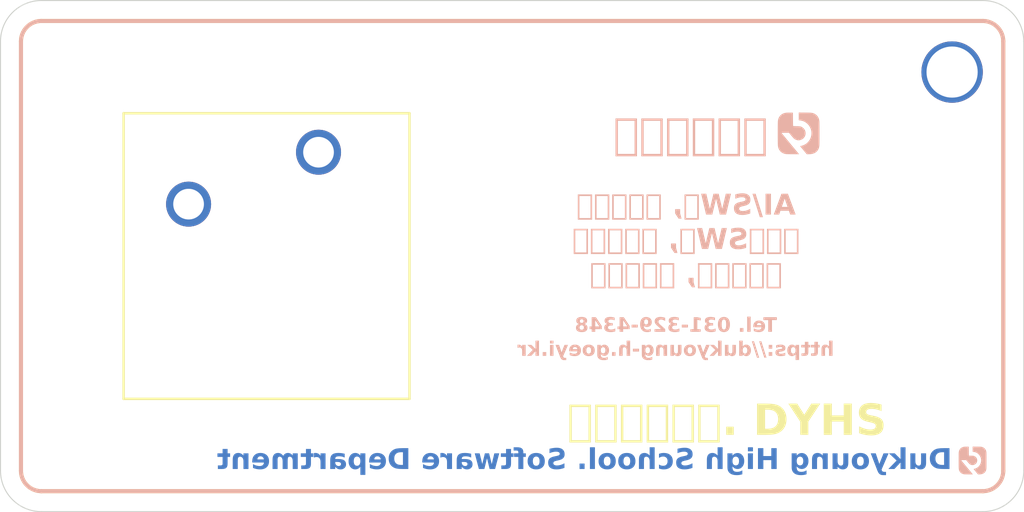
<source format=kicad_pcb>
(kicad_pcb (version 20240108) (generator "pcbnew") (generator_version "8.0")
  (layers (0 "F.Cu" signal) (31 "B.Cu" signal) (34 "B.Paste" user) (35 "F.Paste" user) (36 "B.SilkS" user "B.Silkscreen") (37 "F.SilkS" user "F.Silkscreen") (38 "B.Mask" user) (39 "F.Mask" user) (44 "Edge.Cuts" user))
  (net 0 "")
  (footprint "Button_Switch_Keyboard:SW_Cherry_MX_1.00u_PCB" (layer "F.Cu") (at 147.54 99.42)
    (property "Reference" "SW1" (hide yes))
    (property "Value" "SW_Push" (hide yes))
    (fp_line (start -9.525 -1.905) (end 4.445 -1.905) (stroke (width 0.12)) (layer "F.SilkS"))
    (fp_line (start -9.525 12.065) (end -9.525 -1.905) (stroke (width 0.12)) (layer "F.SilkS"))
    (fp_line (start 4.445 -1.905) (end 4.445 12.065) (stroke (width 0.12)) (layer "F.SilkS"))
    (fp_line (start 4.445 12.065) (end -9.525 12.065) (stroke (width 0.12)) (layer "F.SilkS"))
    (pad "" np_thru_hole circle (at -7.62 5.08) (size 1.7 1.7) (drill 1.7) (layers "*.Cu" "*.Mask"))
    (pad "" np_thru_hole circle (at -2.54 5.08) (size 4 4) (drill 4) (layers "*.Cu" "*.Mask"))
    (pad "" np_thru_hole circle (at 2.54 5.08) (size 1.7 1.7) (drill 1.7) (layers "*.Cu" "*.Mask"))
    (pad "1" thru_hole circle (at 0 0) (size 2.2 2.2) (drill 1.5) (layers "*.Cu" "*.Mask"))
    (pad "2" thru_hole circle (at -6.35 2.54) (size 2.2 2.2) (drill 1.5) (layers "*.Cu" "*.Mask"))
  )
  (footprint "LOGO" (layer "B.Cu") (at 171 98.5 180)
    (property "Reference" "G***" (hide yes))
    (property "Value" "LOGO" (hide yes))
    (fp_poly (pts (xy -0.006001 0.831859) (xy -0.006001 0.642595) (xy -0.025502 0.639516) (xy -0.040474 0.637365) (xy -0.063191 0.634345) (xy -0.089482 0.631006) (xy -0.097818 0.629978) (xy -0.173438 0.614804) (xy -0.2479 0.588173) (xy -0.319916 0.550631) (xy -0.37503 0.513008) (xy -0.441041 0.455631) (xy -0.497378 0.391908) (xy -0.543881 0.322805) (xy -0.580394 0.249285) (xy -0.606757 0.172315) (xy -0.622812 0.092861) (xy -0.628402 0.011887) (xy -0.623367 -0.069641) (xy -0.60755 -0.150758) (xy -0.580793 -0.230499) (xy -0.542936 -0.307898) (xy -0.516538 -0.350291) (xy -0.467153 -0.413333) (xy -0.40895 -0.470094) (xy -0.343665 -0.519413) (xy -0.273033 -0.560125) (xy -0.198792 -0.591069) (xy -0.129011 -0.609868) (xy -0.105084 -0.614724) (xy -0.086046 -0.618799) (xy -0.074652 -0.621493) (xy -0.072682 -0.622136) (xy -0.075217 -0.62728) (xy -0.084533 -0.640231) (xy -0.099599 -0.659691) (xy -0.119383 -0.684357) (xy -0.142852 -0.71293) (xy -0.168974 -0.744109) (xy -0.176929 -0.753488) (xy -0.191355 -0.7706) (xy -0.211748 -0.794998) (xy -0.236459 -0.824698) (xy -0.263837 -0.857713) (xy -0.292231 -0.892058) (xy -0.305379 -0.908) (xy -0.397742 -1.02008) (xy -0.473393 -1.019282) (xy -0.507768 -1.018548) (xy -0.542894 -1.017172) (xy -0.574282 -1.015363) (xy -0.594482 -1.013659) (xy -0.67299 -1.000273) (xy -0.744323 -0.977658) (xy -0.808184 -0.94601) (xy -0.864276 -0.905526) (xy -0.9123 -0.856404) (xy -0.951961 -0.798841) (xy -0.969451 -0.76506) (xy -0.987962 -0.719687) (xy -1.001307 -0.672921) (xy -1.010528 -0.62067) (xy -1.014074 -0.589606) (xy -1.015049 -0.573289) (xy -1.01593 -0.546073) (xy -1.016717 -0.509058) (xy -1.01741 -0.463345) (xy -1.01801 -0.410037) (xy -1.018516 -0.350233) (xy -1.018928 -0.285035) (xy -1.019247 -0.215545) (xy -1.019471 -0.142862) (xy -1.019602 -0.068088) (xy -1.01964 0.007675) (xy -1.019584 0.083327) (xy -1.019433 0.157766) (xy -1.01919 0.229892) (xy -1.018852 0.298604) (xy -1.018421 0.362799) (xy -1.017896 0.421378) (xy -1.017277 0.473239) (xy -1.016565 0.517282) (xy -1.015759 0.552404) (xy -1.014859 0.577505) (xy -1.014074 0.589607) (xy -1.007171 0.643332) (xy -0.997147 0.689621) (xy -0.982842 0.732878) (xy -0.966206 0.771061) (xy -0.930745 0.831971) (xy -0.886454 0.884941) (xy -0.833823 0.929597) (xy -0.773339 0.965562) (xy -0.705491 0.992461) (xy -0.663871 1.003557) (xy -0.650584 1.00636) (xy -0.637102 1.008725) (xy -0.622254 1.010702) (xy -0.604869 1.01234) (xy -0.583778 1.013687) (xy -0.557808 1.014793) (xy -0.525791 1.015706) (xy -0.486554 1.016476) (xy -0.438928 1.017152) (xy -0.381742 1.017782) (xy -0.313825 1.018416) (xy -0.307525 1.018472) (xy -0.006001 1.021123)) (fill solid) (layer "B.SilkS"))
    (fp_poly (pts (xy 0.441034 1.016479) (xy 0.49207 1.016179) (xy 0.533029 1.015623) (xy 0.565833 1.014698) (xy 0.592406 1.013289) (xy 0.61467 1.011284) (xy 0.634548 1.008568) (xy 0.653963 1.005029) (xy 0.661677 1.003432) (xy 0.733186 0.982701) (xy 0.797863 0.95252) (xy 0.855166 0.913305) (xy 0.904551 0.865469) (xy 0.945473 0.809428) (xy 0.966206 0.771061) (xy 0.985129 0.726885) (xy 0.998769 0.68347) (xy 1.00829 0.636411) (xy 1.014073 0.589607) (xy 1.015111 0.572611) (xy 1.016046 0.544744) (xy 1.016878 0.507114) (xy 1.017609 0.460826) (xy 1.018237 0.406986) (xy 1.018764 0.346701) (xy 1.019189 0.281076) (xy 1.019513 0.211218) (xy 1.019735 0.138234) (xy 1.019857 0.063228) (xy 1.019878 -0.012692) (xy 1.019798 -0.088421) (xy 1.019617 -0.162852) (xy 1.019337 -0.234879) (xy 1.018957 -0.303396) (xy 1.018476 -0.367297) (xy 1.017896 -0.425476) (xy 1.017217 -0.476826) (xy 1.016438 -0.520242) (xy 1.01556 -0.554616) (xy 1.014584 -0.578844) (xy 1.013868 -0.58891) (xy 1.007741 -0.638722) (xy 0.999722 -0.680371) (xy 0.988817 -0.717661) (xy 0.974028 -0.754399) (xy 0.966185 -0.77106) (xy 0.929773 -0.832555) (xy 0.884702 -0.885898) (xy 0.831444 -0.930727) (xy 0.770467 -0.966682) (xy 0.702243 -0.993401) (xy 0.663437 -1.003665) (xy 0.650503 -1.006399) (xy 0.63734 -1.008715) (xy 0.622809 -1.010657) (xy 0.605774 -1.012272) (xy 0.585094 -1.013606) (xy 0.559631 -1.014703) (xy 0.528247 -1.015611) (xy 0.489805 -1.016375) (xy 0.443164 -1.017041) (xy 0.387186 -1.017655) (xy 0.320734 -1.018262) (xy 0.295523 -1.018475) (xy 0.235451 -1.018883) (xy 0.17916 -1.019086) (xy 0.12776 -1.019092) (xy 0.082363 -1.01891) (xy 0.044078 -1.018548) (xy 0.014017 -1.018014) (xy -0.006709 -1.017317) (xy -0.016989 -1.016466) (xy -0.017928 -1.016085) (xy -0.01425 -1.010324) (xy -0.003996 -0.99672) (xy 0.011721 -0.976645) (xy 0.031792 -0.951475) (xy 0.055105 -0.922582) (xy 0.080548 -0.89134) (xy 0.107012 -0.859121) (xy 0.133386 -0.827301) (xy 0.158557 -0.797251) (xy 0.170565 -0.783061) (xy 0.179619 -0.772286) (xy 0.195426 -0.753345) (xy 0.217085 -0.727318) (xy 0.243701 -0.695288) (xy 0.274374 -0.658334) (xy 0.308207 -0.617539) (xy 0.344302 -0.573982) (xy 0.374894 -0.537042) (xy 0.417987 -0.484995) (xy 0.464428 -0.428913) (xy 0.51245 -0.370929) (xy 0.560286 -0.313176) (xy 0.60617 -0.257785) (xy 0.648336 -0.20689) (xy 0.685018 -0.162624) (xy 0.692399 -0.153718) (xy 0.724227 -0.115098) (xy 0.753482 -0.07918) (xy 0.779305 -0.047053) (xy 0.800834 -0.019805) (xy 0.81721 0.001477) (xy 0.827572 0.015703) (xy 0.831065 0.021732) (xy 0.829129 0.024137) (xy 0.822563 0.026081) (xy 0.810236 0.027623) (xy 0.791013 0.028824) (xy 0.763761 0.029745) (xy 0.727347 0.030445) (xy 0.680637 0.030984) (xy 0.652827 0.031215) (xy 0.607816 0.031462) (xy 0.566813 0.031514) (xy 0.531319 0.031383) (xy 0.502835 0.031079) (xy 0.482864 0.030616) (xy 0.472906 0.030005) (xy 0.472078 0.029778) (xy 0.467718 0.024553) (xy 0.456818 0.011368) (xy 0.440459 -0.008467) (xy 0.419723 -0.033641) (xy 0.395688 -0.062842) (xy 0.37828 -0.084006) (xy 0.349988 -0.118081) (xy 0.321674 -0.151591) (xy 0.295044 -0.182559) (xy 0.271806 -0.20901) (xy 0.253665 -0.228966) (xy 0.247793 -0.235123) (xy 0.199299 -0.27639) (xy 0.144547 -0.307447) (xy 0.083798 -0.328157) (xy 0.058168 -0.333463) (xy 0.030867 -0.337725) (xy 0.009573 -0.339487) (xy -0.010836 -0.33873) (xy -0.035482 -0.335435) (xy -0.049696 -0.333054) (xy -0.111725 -0.31677) (xy -0.167688 -0.291059) (xy -0.216972 -0.257057) (xy -0.258961 -0.215897) (xy -0.293039 -0.168715) (xy -0.318591 -0.116645) (xy -0.335003 -0.060821) (xy -0.341659 -0.002379) (xy -0.337944 0.057547) (xy -0.323242 0.117823) (xy -0.311041 0.148949) (xy -0.280499 0.203087) (xy -0.240511 0.251019) (xy -0.192619 0.291353) (xy -0.138371 0.322699) (xy -0.102008 0.33708) (xy -0.089005 0.341016) (xy -0.075472 0.344148) (xy -0.059723 0.346613) (xy -0.040072 0.348548) (xy -0.014833 0.35009) (xy 0.017682 0.351375) (xy 0.059158 0.352541) (xy 0.100024 0.353481) (xy 0.143165 0.354593) (xy 0.182385 0.355936) (xy 0.216081 0.357427) (xy 0.242649 0.358985) (xy 0.260484 0.360528) (xy 0.267981 0.361976) (xy 0.268038 0.362025) (xy 0.269031 0.368806) (xy 0.270068 0.386473) (xy 0.271122 0.413913) (xy 0.272164 0.450012) (xy 0.273169 0.493656) (xy 0.274109 0.54373) (xy 0.274958 0.599121) (xy 0.275688 0.658715) (xy 0.276021 0.692051) (xy 0.279022 1.01708)) (fill solid) (layer "B.SilkS"))
  )
  (footprint "LOGO" (layer "B.Cu") (at 179.5 114.5 180)
    (property "Reference" "G***" (hide yes))
    (property "Value" "LOGO" (hide yes))
    (fp_poly (pts (xy -0.004 0.554529) (xy -0.004 0.428363) (xy -0.017 0.426311) (xy -0.026981 0.424877) (xy -0.042125 0.422864) (xy -0.05965 0.420638) (xy -0.065207 0.419953) (xy -0.115616 0.409837) (xy -0.165254 0.392085) (xy -0.213261 0.367059) (xy -0.25 0.341979) (xy -0.294005 0.303731) (xy -0.331559 0.261252) (xy -0.362559 0.215186) (xy -0.386899 0.166177) (xy -0.404473 0.114868) (xy -0.415176 0.061903) (xy -0.418902 0.007924) (xy -0.415546 -0.046424) (xy -0.405002 -0.100497) (xy -0.387165 -0.153654) (xy -0.361929 -0.205249) (xy -0.344332 -0.233509) (xy -0.311411 -0.275533) (xy -0.272612 -0.313371) (xy -0.229092 -0.346248) (xy -0.182008 -0.373387) (xy -0.132518 -0.394015) (xy -0.086 -0.406546) (xy -0.070051 -0.409783) (xy -0.05736 -0.4125) (xy -0.049764 -0.414296) (xy -0.048451 -0.414724) (xy -0.050141 -0.418153) (xy -0.056351 -0.426787) (xy -0.066395 -0.439759) (xy -0.079583 -0.456202) (xy -0.095227 -0.475249) (xy -0.112641 -0.496033) (xy -0.117944 -0.502286) (xy -0.12756 -0.513693) (xy -0.141155 -0.529957) (xy -0.157627 -0.549755) (xy -0.175878 -0.571763) (xy -0.194806 -0.594658) (xy -0.203571 -0.605286) (xy -0.265141 -0.68) (xy -0.315571 -0.679467) (xy -0.338486 -0.678978) (xy -0.361901 -0.678061) (xy -0.382825 -0.676855) (xy -0.39629 -0.675719) (xy -0.448625 -0.666796) (xy -0.496176 -0.65172) (xy -0.538747 -0.630623) (xy -0.576139 -0.603636) (xy -0.608153 -0.570891) (xy -0.634591 -0.532519) (xy -0.64625 -0.51) (xy -0.65859 -0.479753) (xy -0.667486 -0.448578) (xy -0.673633 -0.413747) (xy -0.675996 -0.39304) (xy -0.676646 -0.382162) (xy -0.677233 -0.364019) (xy -0.677758 -0.339345) (xy -0.67822 -0.308872) (xy -0.67862 -0.273336) (xy -0.678957 -0.23347) (xy -0.679232 -0.190008) (xy -0.679444 -0.143685) (xy -0.679594 -0.095233) (xy -0.679682 -0.045388) (xy -0.679707 0.005116) (xy -0.679669 0.055547) (xy -0.679569 0.105169) (xy -0.679407 0.15325) (xy -0.679182 0.199054) (xy -0.678894 0.241847) (xy -0.678544 0.280897) (xy -0.678132 0.315468) (xy -0.677657 0.344827) (xy -0.67712 0.36824) (xy -0.67652 0.384973) (xy -0.675996 0.393041) (xy -0.671395 0.428854) (xy -0.664713 0.459711) (xy -0.655177 0.488547) (xy -0.644087 0.514) (xy -0.620448 0.554604) (xy -0.590923 0.589915) (xy -0.555838 0.619683) (xy -0.515519 0.643657) (xy -0.47029 0.661589) (xy -0.442546 0.668986) (xy -0.433689 0.670854) (xy -0.424701 0.672431) (xy -0.414804 0.673749) (xy -0.403215 0.67484) (xy -0.389155 0.675738) (xy -0.371843 0.676475) (xy -0.3505 0.677084) (xy -0.324344 0.677598) (xy -0.292596 0.678048) (xy -0.254475 0.678468) (xy -0.2092 0.678891) (xy -0.205 0.678928) (xy -0.004 0.680695)) (fill solid) (layer "B.SilkS"))
    (fp_poly (pts (xy 0.294 0.6776) (xy 0.328021 0.6774) (xy 0.355324 0.677029) (xy 0.377192 0.676412) (xy 0.394906 0.675473) (xy 0.409747 0.674137) (xy 0.422998 0.672326) (xy 0.435941 0.669967) (xy 0.441083 0.668902) (xy 0.488752 0.655083) (xy 0.531867 0.634964) (xy 0.570066 0.608822) (xy 0.602986 0.576934) (xy 0.630266 0.539576) (xy 0.644086 0.514) (xy 0.6567 0.484552) (xy 0.665794 0.455611) (xy 0.67214 0.424241) (xy 0.675995 0.393041) (xy 0.676687 0.381711) (xy 0.67731 0.363135) (xy 0.677865 0.33805) (xy 0.678352 0.307193) (xy 0.678771 0.271303) (xy 0.679122 0.231116) (xy 0.679406 0.18737) (xy 0.679621 0.140801) (xy 0.67977 0.092149) (xy 0.679851 0.042149) (xy 0.679865 -0.008461) (xy 0.679811 -0.058942) (xy 0.679691 -0.108559) (xy 0.679504 -0.156574) (xy 0.679251 -0.202248) (xy 0.67893 -0.244845) (xy 0.678544 -0.283628) (xy 0.678091 -0.317859) (xy 0.677572 -0.3468) (xy 0.676987 -0.369715) (xy 0.676336 -0.385865) (xy 0.675859 -0.392576) (xy 0.671774 -0.425781) (xy 0.666429 -0.453544) (xy 0.659159 -0.478403) (xy 0.649301 -0.502893) (xy 0.644073 -0.514) (xy 0.6198 -0.554993) (xy 0.589755 -0.590552) (xy 0.554252 -0.620436) (xy 0.513604 -0.644404) (xy 0.468125 -0.662215) (xy 0.442257 -0.669057) (xy 0.433634 -0.67088) (xy 0.424859 -0.672423) (xy 0.415173 -0.673718) (xy 0.403817 -0.674795) (xy 0.390031 -0.675684) (xy 0.373058 -0.676415) (xy 0.352137 -0.677021) (xy 0.32651 -0.67753) (xy 0.295419 -0.677974) (xy 0.258104 -0.678383) (xy 0.213806 -0.678787) (xy 0.197 -0.678929) (xy 0.156955 -0.679202) (xy 0.119431 -0.679337) (xy 0.085167 -0.679341) (xy 0.054904 -0.67922) (xy 0.029383 -0.678978) (xy 0.009344 -0.678622) (xy -0.004473 -0.678158) (xy -0.011326 -0.677591) (xy -0.011951 -0.677336) (xy -0.009499 -0.673496) (xy -0.002664 -0.664427) (xy 0.007813 -0.651045) (xy 0.021193 -0.634267) (xy 0.036733 -0.615006) (xy 0.053694 -0.594179) (xy 0.071336 -0.572702) (xy 0.088917 -0.55149) (xy 0.105696 -0.531459) (xy 0.1137 -0.522) (xy 0.119737 -0.514817) (xy 0.130273 -0.50219) (xy 0.144712 -0.48484) (xy 0.162454 -0.463488) (xy 0.182901 -0.438855) (xy 0.205455 -0.41166) (xy 0.229517 -0.382625) (xy 0.24991 -0.358) (xy 0.278636 -0.323304) (xy 0.309594 -0.285919) (xy 0.341606 -0.247266) (xy 0.373494 -0.208767) (xy 0.404081 -0.171843) (xy 0.43219 -0.137916) (xy 0.456642 -0.108407) (xy 0.461563 -0.10247) (xy 0.48278 -0.076726) (xy 0.502282 -0.052783) (xy 0.519495 -0.031366) (xy 0.533847 -0.013202) (xy 0.544763 0.000985) (xy 0.551671 0.010468) (xy 0.554 0.014487) (xy 0.552709 0.016091) (xy 0.548332 0.017386) (xy 0.540115 0.018414) (xy 0.5273 0.019215) (xy 0.509134 0.019829) (xy 0.484859 0.020295) (xy 0.453722 0.020655) (xy 0.435183 0.020808) (xy 0.405179 0.020973) (xy 0.377845 0.021008) (xy 0.354184 0.02092) (xy 0.335197 0.020718) (xy 0.321884 0.020409) (xy 0.315246 0.020002) (xy 0.314694 0.019851) (xy 0.311787 0.016368) (xy 0.304521 0.007578) (xy 0.293616 -0.005644) (xy 0.279793 -0.022425) (xy 0.263771 -0.041891) (xy 0.252166 -0.056) (xy 0.233306 -0.078714) (xy 0.214432 -0.101053) (xy 0.19668 -0.121696) (xy 0.181189 -0.139328) (xy 0.169096 -0.152631) (xy 0.165182 -0.156736) (xy 0.132855 -0.184245) (xy 0.096357 -0.204948) (xy 0.055861 -0.218754) (xy 0.038775 -0.222291) (xy 0.020576 -0.225132) (xy 0.006381 -0.226306) (xy -0.007223 -0.225802) (xy -0.023653 -0.223605) (xy -0.033129 -0.222018) (xy -0.074478 -0.211163) (xy -0.111784 -0.194024) (xy -0.144637 -0.171358) (xy -0.172627 -0.14392) (xy -0.195344 -0.112468) (xy -0.212378 -0.077757) (xy -0.223318 -0.040544) (xy -0.227755 -0.001586) (xy -0.225278 0.038362) (xy -0.215478 0.078543) (xy -0.207345 0.099292) (xy -0.186985 0.135381) (xy -0.160328 0.167333) (xy -0.128403 0.19422) (xy -0.09224 0.215116) (xy -0.068 0.224702) (xy -0.059332 0.227326) (xy -0.050311 0.229414) (xy -0.039812 0.231057) (xy -0.026713 0.232347) (xy -0.009888 0.233375) (xy 0.011787 0.234232) (xy 0.039435 0.235009) (xy 0.066677 0.235636) (xy 0.095435 0.236377) (xy 0.12158 0.237272) (xy 0.144043 0.238266) (xy 0.161753 0.239305) (xy 0.173642 0.240334) (xy 0.178639 0.241299) (xy 0.178677 0.241331) (xy 0.17934 0.245851) (xy 0.180031 0.257629) (xy 0.180733 0.275921) (xy 0.181428 0.299985) (xy 0.182098 0.329078) (xy 0.182725 0.362458) (xy 0.18329 0.399383) (xy 0.183777 0.439109) (xy 0.184 0.461331) (xy 0.186 0.678)) (fill solid) (layer "B.SilkS"))
  )
  (gr_line (start 181 94) (end 181 115) (stroke (width 0.2)) (layer "B.SilkS"))
  (gr_arc (start 180 93) (mid 180.707107 93.292893) (end 181 94) (stroke (width 0.2)) (layer "B.SilkS"))
  (gr_line (start 180 116) (end 134 116) (stroke (width 0.2)) (layer "B.SilkS"))
  (gr_arc (start 181 115) (mid 180.707107 115.707107) (end 180 116) (stroke (width 0.2)) (layer "B.SilkS"))
  (gr_arc (start 134 116) (mid 133.292892 115.707107) (end 133 115) (stroke (width 0.2)) (layer "B.SilkS"))
  (gr_line (start 133 115) (end 133 94) (stroke (width 0.2)) (layer "B.SilkS"))
  (gr_line (start 134 93) (end 180 93) (stroke (width 0.2)) (layer "B.SilkS"))
  (gr_arc (start 133 94) (mid 133.292893 93.292893) (end 134 93) (stroke (width 0.2)) (layer "B.SilkS"))
  (gr_line (start 180 116) (end 134 116) (stroke (width 0.2)) (layer "F.SilkS"))
  (gr_arc (start 134 116) (mid 133.292893 115.707107) (end 133 115) (stroke (width 0.2)) (layer "F.SilkS"))
  (gr_arc (start 133 94) (mid 133.292893 93.292893) (end 134 93) (stroke (width 0.2)) (layer "F.SilkS"))
  (gr_line (start 181 94) (end 181 115) (stroke (width 0.2)) (layer "F.SilkS"))
  (gr_arc (start 181 115) (mid 180.707107 115.707107) (end 180 116) (stroke (width 0.2)) (layer "F.SilkS"))
  (gr_line (start 133 115) (end 133 94) (stroke (width 0.2)) (layer "F.SilkS"))
  (gr_arc (start 180 93) (mid 180.707107 93.292893) (end 181 94) (stroke (width 0.2)) (layer "F.SilkS"))
  (gr_line (start 134 93) (end 180 93) (stroke (width 0.2)) (layer "F.SilkS"))
  (gr_arc (start 132 94) (mid 132.585786 92.585786) (end 134 92) (stroke (width 0.05)) (layer "Edge.Cuts"))
  (gr_line (start 132 115) (end 132 94) (stroke (width 0.05)) (layer "Edge.Cuts"))
  (gr_arc (start 134 117) (mid 132.585786 116.414214) (end 132 115) (stroke (width 0.05)) (layer "Edge.Cuts"))
  (gr_line (start 134 92) (end 180 92) (stroke (width 0.05)) (layer "Edge.Cuts"))
  (gr_line (start 182 94) (end 182 115) (stroke (width 0.05)) (layer "Edge.Cuts"))
  (gr_arc (start 180 92) (mid 181.414214 92.585786) (end 182 94) (stroke (width 0.05)) (layer "Edge.Cuts"))
  (gr_line (start 180 117) (end 134 117) (stroke (width 0.05)) (layer "Edge.Cuts"))
  (gr_arc (start 182 115) (mid 181.414214 116.414214) (end 180 117) (stroke (width 0.05)) (layer "Edge.Cuts"))
  (gr_text "소프트웨어부" (at 162.5 112.5 0) (layer "B.Cu") (effects (font (size 1.5 1.5) (thickness 0.3) (bold yes)) (justify left bottom)))
  (gr_text "소프트웨어부" (at 166.5 112.5 0) (layer "B.Cu") (effects (font (size 1.5 1.5) (thickness 0.3) (bold yes)) (justify left bottom mirror)))
  (gr_text "Dukyoung High School. Software Department" (at 178.5 114.5 0) (layer "B.Cu") (effects (font (size 1 1) (thickness 0.2) (bold yes)) (justify left mirror)))
  (gr_text "덕영고등학교" (at 169.5 99.5 0) (layer "B.SilkS") (effects (font (size 1.5 1.5) (thickness 0.3) (bold yes)) (justify left bottom mirror)))
  (gr_text "AI/SW과, 정보보안과\n그래픽SW과, 경영회계과\n빅데이터과, 보건간호과" (at 165.5 106 0) (layer "B.SilkS") (effects (font (size 1 1) (thickness 0.25) (bold yes)) (justify bottom mirror)))
  (gr_text "Tel. 031-329-4348\nhttps://dukyoung-h.goeyi.kr" (at 165 109.5 0) (layer "B.SilkS") (effects (font (size 0.7 0.7) (thickness 0.125) (bold yes)) (justify bottom mirror)))
  (gr_text "덕영고등학교. DYHS" (at 167.5 113.5 0) (layer "F.SilkS") (effects (font (size 1.5 1.5) (thickness 0.3) (bold yes)) (justify bottom)))
  (via (at 178.5 95.5) (size 3) (drill 2.5) (layers "F.Cu" "B.Cu") (net 0))
)
</source>
